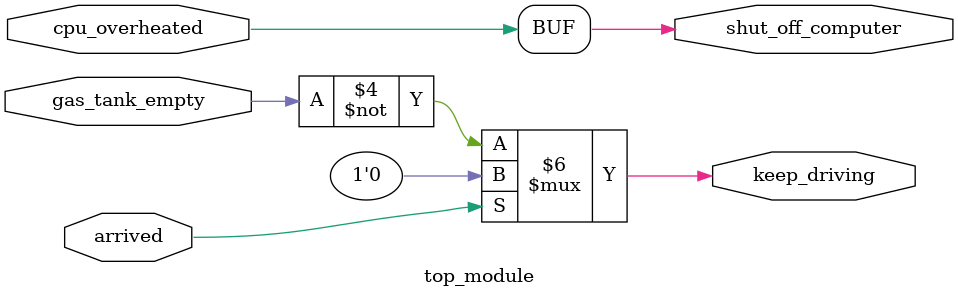
<source format=v>
module top_module (
    input      cpu_overheated,
    output reg shut_off_computer,
    input      arrived,
    input      gas_tank_empty,
    output reg keep_driving  ); //

    always @(*) begin
           shut_off_computer = cpu_overheated;
    end
	
    always @(*) begin
        if (~arrived)
           keep_driving = ~gas_tank_empty;
       	else
            keep_driving = 0;
    end

endmodule

</source>
